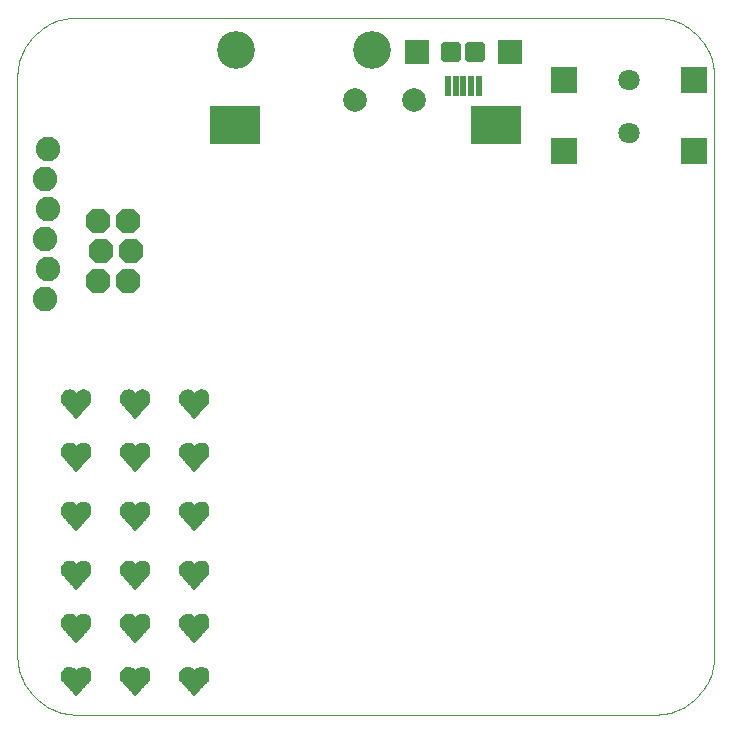
<source format=gbs>
G75*
%MOIN*%
%OFA0B0*%
%FSLAX24Y24*%
%IPPOS*%
%LPD*%
%AMOC8*
5,1,8,0,0,1.08239X$1,22.5*
%
%ADD10C,0.0000*%
%ADD11OC8,0.0820*%
%ADD12C,0.1261*%
%ADD13R,0.1261X0.1261*%
%ADD14R,0.1660X0.1260*%
%ADD15C,0.0050*%
%ADD16C,0.0269*%
%ADD17C,0.0820*%
%ADD18C,0.0789*%
%ADD19R,0.0230X0.0678*%
%ADD20C,0.0204*%
%ADD21R,0.0828X0.0828*%
%ADD22R,0.0867X0.0867*%
%ADD23C,0.0710*%
D10*
X003166Y002437D02*
X003166Y021728D01*
X003165Y021728D02*
X003167Y021814D01*
X003172Y021900D01*
X003182Y021985D01*
X003195Y022070D01*
X003212Y022154D01*
X003232Y022238D01*
X003256Y022320D01*
X003284Y022401D01*
X003315Y022482D01*
X003349Y022560D01*
X003387Y022637D01*
X003429Y022713D01*
X003473Y022786D01*
X003521Y022857D01*
X003572Y022927D01*
X003626Y022994D01*
X003682Y023058D01*
X003742Y023120D01*
X003804Y023180D01*
X003868Y023236D01*
X003935Y023290D01*
X004005Y023341D01*
X004076Y023389D01*
X004150Y023433D01*
X004225Y023475D01*
X004302Y023513D01*
X004380Y023547D01*
X004461Y023578D01*
X004542Y023606D01*
X004624Y023630D01*
X004708Y023650D01*
X004792Y023667D01*
X004877Y023680D01*
X004962Y023690D01*
X005048Y023695D01*
X005134Y023697D01*
X005134Y023696D02*
X024426Y023696D01*
X024426Y023697D02*
X024512Y023695D01*
X024598Y023690D01*
X024683Y023680D01*
X024768Y023667D01*
X024852Y023650D01*
X024936Y023630D01*
X025018Y023606D01*
X025099Y023578D01*
X025180Y023547D01*
X025258Y023513D01*
X025335Y023475D01*
X025411Y023433D01*
X025484Y023389D01*
X025555Y023341D01*
X025625Y023290D01*
X025692Y023236D01*
X025756Y023180D01*
X025818Y023120D01*
X025878Y023058D01*
X025934Y022994D01*
X025988Y022927D01*
X026039Y022857D01*
X026087Y022786D01*
X026131Y022713D01*
X026173Y022637D01*
X026211Y022560D01*
X026245Y022482D01*
X026276Y022401D01*
X026304Y022320D01*
X026328Y022238D01*
X026348Y022154D01*
X026365Y022070D01*
X026378Y021985D01*
X026388Y021900D01*
X026393Y021814D01*
X026395Y021728D01*
X026394Y021728D02*
X026394Y002437D01*
X026395Y002437D02*
X026393Y002351D01*
X026388Y002265D01*
X026378Y002180D01*
X026365Y002095D01*
X026348Y002011D01*
X026328Y001927D01*
X026304Y001845D01*
X026276Y001764D01*
X026245Y001683D01*
X026211Y001605D01*
X026173Y001528D01*
X026131Y001452D01*
X026087Y001379D01*
X026039Y001308D01*
X025988Y001238D01*
X025934Y001171D01*
X025878Y001107D01*
X025818Y001045D01*
X025756Y000985D01*
X025692Y000929D01*
X025625Y000875D01*
X025555Y000824D01*
X025484Y000776D01*
X025411Y000732D01*
X025335Y000690D01*
X025258Y000652D01*
X025180Y000618D01*
X025099Y000587D01*
X025018Y000559D01*
X024936Y000535D01*
X024852Y000515D01*
X024768Y000498D01*
X024683Y000485D01*
X024598Y000475D01*
X024512Y000470D01*
X024426Y000468D01*
X005134Y000468D01*
X005048Y000470D01*
X004962Y000475D01*
X004877Y000485D01*
X004792Y000498D01*
X004708Y000515D01*
X004624Y000535D01*
X004542Y000559D01*
X004461Y000587D01*
X004380Y000618D01*
X004302Y000652D01*
X004225Y000690D01*
X004149Y000732D01*
X004076Y000776D01*
X004005Y000824D01*
X003935Y000875D01*
X003868Y000929D01*
X003804Y000985D01*
X003742Y001045D01*
X003682Y001107D01*
X003626Y001171D01*
X003572Y001238D01*
X003521Y001308D01*
X003473Y001379D01*
X003429Y001453D01*
X003387Y001528D01*
X003349Y001605D01*
X003315Y001683D01*
X003284Y001764D01*
X003256Y001845D01*
X003232Y001927D01*
X003212Y002011D01*
X003195Y002095D01*
X003182Y002180D01*
X003172Y002265D01*
X003167Y002351D01*
X003165Y002437D01*
X023225Y019858D02*
X023227Y019893D01*
X023233Y019928D01*
X023243Y019962D01*
X023256Y019995D01*
X023273Y020026D01*
X023294Y020054D01*
X023317Y020081D01*
X023344Y020104D01*
X023372Y020125D01*
X023403Y020142D01*
X023436Y020155D01*
X023470Y020165D01*
X023505Y020171D01*
X023540Y020173D01*
X023575Y020171D01*
X023610Y020165D01*
X023644Y020155D01*
X023677Y020142D01*
X023708Y020125D01*
X023736Y020104D01*
X023763Y020081D01*
X023786Y020054D01*
X023807Y020026D01*
X023824Y019995D01*
X023837Y019962D01*
X023847Y019928D01*
X023853Y019893D01*
X023855Y019858D01*
X023853Y019823D01*
X023847Y019788D01*
X023837Y019754D01*
X023824Y019721D01*
X023807Y019690D01*
X023786Y019662D01*
X023763Y019635D01*
X023736Y019612D01*
X023708Y019591D01*
X023677Y019574D01*
X023644Y019561D01*
X023610Y019551D01*
X023575Y019545D01*
X023540Y019543D01*
X023505Y019545D01*
X023470Y019551D01*
X023436Y019561D01*
X023403Y019574D01*
X023372Y019591D01*
X023344Y019612D01*
X023317Y019635D01*
X023294Y019662D01*
X023273Y019690D01*
X023256Y019721D01*
X023243Y019754D01*
X023233Y019788D01*
X023227Y019823D01*
X023225Y019858D01*
X023225Y021630D02*
X023227Y021665D01*
X023233Y021700D01*
X023243Y021734D01*
X023256Y021767D01*
X023273Y021798D01*
X023294Y021826D01*
X023317Y021853D01*
X023344Y021876D01*
X023372Y021897D01*
X023403Y021914D01*
X023436Y021927D01*
X023470Y021937D01*
X023505Y021943D01*
X023540Y021945D01*
X023575Y021943D01*
X023610Y021937D01*
X023644Y021927D01*
X023677Y021914D01*
X023708Y021897D01*
X023736Y021876D01*
X023763Y021853D01*
X023786Y021826D01*
X023807Y021798D01*
X023824Y021767D01*
X023837Y021734D01*
X023847Y021700D01*
X023853Y021665D01*
X023855Y021630D01*
X023853Y021595D01*
X023847Y021560D01*
X023837Y021526D01*
X023824Y021493D01*
X023807Y021462D01*
X023786Y021434D01*
X023763Y021407D01*
X023736Y021384D01*
X023708Y021363D01*
X023677Y021346D01*
X023644Y021333D01*
X023610Y021323D01*
X023575Y021317D01*
X023540Y021315D01*
X023505Y021317D01*
X023470Y021323D01*
X023436Y021333D01*
X023403Y021346D01*
X023372Y021363D01*
X023344Y021384D01*
X023317Y021407D01*
X023294Y021434D01*
X023273Y021462D01*
X023256Y021493D01*
X023243Y021526D01*
X023233Y021560D01*
X023227Y021595D01*
X023225Y021630D01*
D11*
X006943Y015919D03*
X005943Y015919D03*
X005843Y016919D03*
X006843Y016919D03*
X006843Y014919D03*
X005843Y014919D03*
D12*
X010449Y022605D03*
X014981Y022605D03*
D13*
X018912Y020125D03*
X019306Y020125D03*
X010619Y020125D03*
X010225Y020125D03*
D14*
X010425Y020125D03*
X019112Y020125D03*
D15*
X009472Y011196D02*
X009492Y011169D01*
X009514Y011133D01*
X009527Y011093D01*
X009531Y011051D01*
X009531Y010958D01*
X009528Y010921D01*
X009518Y010886D01*
X009501Y010853D01*
X009479Y010824D01*
X009059Y010369D01*
X008639Y010824D01*
X008616Y010853D01*
X008600Y010886D01*
X008590Y010921D01*
X008586Y010958D01*
X008586Y011023D01*
X008590Y011058D01*
X008599Y011092D01*
X008615Y011124D01*
X008647Y011179D01*
X008672Y011211D01*
X008702Y011238D01*
X008737Y011258D01*
X008776Y011270D01*
X008816Y011274D01*
X008859Y011274D01*
X008902Y011270D01*
X008943Y011255D01*
X008980Y011233D01*
X009011Y011202D01*
X009035Y011166D01*
X009059Y011117D01*
X009083Y011166D01*
X009107Y011202D01*
X009138Y011233D01*
X009175Y011255D01*
X009216Y011270D01*
X009259Y011274D01*
X009315Y011274D01*
X009360Y011269D01*
X009403Y011254D01*
X009441Y011229D01*
X009472Y011196D01*
X009479Y011187D02*
X009097Y011187D01*
X009070Y011138D02*
X009511Y011138D01*
X009527Y011090D02*
X008598Y011090D01*
X008588Y011041D02*
X009531Y011041D01*
X009531Y010993D02*
X008586Y010993D01*
X008588Y010944D02*
X009530Y010944D01*
X009521Y010896D02*
X008597Y010896D01*
X008621Y010847D02*
X009497Y010847D01*
X009456Y010799D02*
X008662Y010799D01*
X008707Y010750D02*
X009411Y010750D01*
X009366Y010702D02*
X008752Y010702D01*
X008797Y010653D02*
X009321Y010653D01*
X009277Y010605D02*
X008841Y010605D01*
X008886Y010556D02*
X009232Y010556D01*
X009187Y010508D02*
X008931Y010508D01*
X008976Y010459D02*
X009142Y010459D01*
X009097Y010411D02*
X009020Y010411D01*
X009048Y011138D02*
X008623Y011138D01*
X008653Y011187D02*
X009021Y011187D01*
X008976Y011235D02*
X008699Y011235D01*
X009142Y011235D02*
X009431Y011235D01*
X009315Y009503D02*
X009360Y009497D01*
X009403Y009482D01*
X009441Y009457D01*
X009472Y009424D01*
X009492Y009398D01*
X009514Y009362D01*
X009527Y009322D01*
X009531Y009280D01*
X009531Y009186D01*
X009528Y009150D01*
X008590Y009150D01*
X008586Y009186D01*
X008586Y009251D01*
X008590Y009287D01*
X008599Y009321D01*
X008615Y009353D01*
X008647Y009407D01*
X008672Y009440D01*
X008702Y009466D01*
X008737Y009486D01*
X008776Y009499D01*
X008816Y009503D01*
X008859Y009503D01*
X008902Y009498D01*
X008943Y009484D01*
X008980Y009461D01*
X009011Y009430D01*
X009035Y009394D01*
X009059Y009345D01*
X009083Y009394D01*
X009107Y009430D01*
X009138Y009461D01*
X009175Y009484D01*
X009216Y009498D01*
X009259Y009503D01*
X009315Y009503D01*
X009383Y009489D02*
X009191Y009489D01*
X009117Y009441D02*
X009456Y009441D01*
X009495Y009392D02*
X009082Y009392D01*
X009035Y009392D02*
X008638Y009392D01*
X008610Y009344D02*
X009519Y009344D01*
X009530Y009295D02*
X008592Y009295D01*
X008586Y009247D02*
X009531Y009247D01*
X009531Y009198D02*
X008586Y009198D01*
X008590Y009150D02*
X008600Y009114D01*
X008616Y009082D01*
X008639Y009053D01*
X009479Y009053D01*
X009059Y008597D01*
X008639Y009053D01*
X008607Y009101D02*
X009511Y009101D01*
X009518Y009114D02*
X009501Y009082D01*
X009479Y009053D01*
X009435Y009004D02*
X008683Y009004D01*
X008728Y008956D02*
X009390Y008956D01*
X009345Y008907D02*
X008773Y008907D01*
X008818Y008859D02*
X009300Y008859D01*
X009255Y008810D02*
X008862Y008810D01*
X008907Y008762D02*
X009211Y008762D01*
X009166Y008713D02*
X008952Y008713D01*
X008997Y008665D02*
X009121Y008665D01*
X009076Y008616D02*
X009041Y008616D01*
X009518Y009114D02*
X009528Y009150D01*
X009001Y009441D02*
X008673Y009441D01*
X008746Y009489D02*
X008927Y009489D01*
X007558Y009322D02*
X007563Y009280D01*
X007563Y009186D01*
X007559Y009150D01*
X006621Y009150D01*
X006618Y009186D01*
X006618Y009251D01*
X006621Y009287D01*
X006631Y009321D01*
X006646Y009353D01*
X006679Y009407D01*
X006703Y009440D01*
X006733Y009466D01*
X006769Y009486D01*
X006807Y009499D01*
X006848Y009503D01*
X006890Y009503D01*
X006933Y009498D01*
X006974Y009484D01*
X007011Y009461D01*
X007042Y009430D01*
X007066Y009394D01*
X007090Y009345D01*
X007115Y009394D01*
X007138Y009430D01*
X007169Y009461D01*
X007206Y009484D01*
X007248Y009498D01*
X007291Y009503D01*
X007346Y009503D01*
X007392Y009497D01*
X007434Y009482D01*
X007472Y009457D01*
X007504Y009424D01*
X007523Y009398D01*
X007545Y009362D01*
X007558Y009322D01*
X007551Y009344D02*
X006642Y009344D01*
X006624Y009295D02*
X007561Y009295D01*
X007563Y009247D02*
X006618Y009247D01*
X006618Y009198D02*
X007563Y009198D01*
X007559Y009150D02*
X007549Y009114D01*
X007533Y009082D01*
X007511Y009053D01*
X006670Y009053D01*
X006648Y009082D01*
X006631Y009114D01*
X006621Y009150D01*
X006638Y009101D02*
X007543Y009101D01*
X007511Y009053D02*
X007090Y008597D01*
X006670Y009053D01*
X006715Y009004D02*
X007466Y009004D01*
X007421Y008956D02*
X006760Y008956D01*
X006804Y008907D02*
X007376Y008907D01*
X007332Y008859D02*
X006849Y008859D01*
X006894Y008810D02*
X007287Y008810D01*
X007242Y008762D02*
X006939Y008762D01*
X006983Y008713D02*
X007197Y008713D01*
X007153Y008665D02*
X007028Y008665D01*
X007073Y008616D02*
X007108Y008616D01*
X007114Y009392D02*
X007527Y009392D01*
X007488Y009441D02*
X007149Y009441D01*
X007222Y009489D02*
X007415Y009489D01*
X007067Y009392D02*
X006670Y009392D01*
X006704Y009441D02*
X007032Y009441D01*
X006959Y009489D02*
X006778Y009489D01*
X007090Y010369D02*
X007511Y010824D01*
X007533Y010853D01*
X007549Y010886D01*
X007559Y010921D01*
X007563Y010958D01*
X007563Y011051D01*
X007558Y011093D01*
X007545Y011133D01*
X007523Y011169D01*
X007504Y011196D01*
X007472Y011229D01*
X007434Y011254D01*
X007392Y011269D01*
X007346Y011274D01*
X007291Y011274D01*
X007248Y011270D01*
X007206Y011255D01*
X007169Y011233D01*
X007138Y011202D01*
X007115Y011166D01*
X007090Y011117D01*
X007066Y011166D01*
X007042Y011202D01*
X007011Y011233D01*
X006974Y011255D01*
X006933Y011270D01*
X006890Y011274D01*
X006848Y011274D01*
X006807Y011270D01*
X006769Y011258D01*
X006733Y011238D01*
X006703Y011211D01*
X006679Y011179D01*
X006646Y011124D01*
X006631Y011092D01*
X006621Y011058D01*
X006618Y011023D01*
X006618Y010958D01*
X006621Y010921D01*
X006631Y010886D01*
X006648Y010853D01*
X006670Y010824D01*
X007090Y010369D01*
X007052Y010411D02*
X007129Y010411D01*
X007174Y010459D02*
X007007Y010459D01*
X006962Y010508D02*
X007218Y010508D01*
X007263Y010556D02*
X006918Y010556D01*
X006873Y010605D02*
X007308Y010605D01*
X007353Y010653D02*
X006828Y010653D01*
X006783Y010702D02*
X007398Y010702D01*
X007442Y010750D02*
X006738Y010750D01*
X006694Y010799D02*
X007487Y010799D01*
X007528Y010847D02*
X006653Y010847D01*
X006629Y010896D02*
X007552Y010896D01*
X007562Y010944D02*
X006619Y010944D01*
X006618Y010993D02*
X007563Y010993D01*
X007563Y011041D02*
X006620Y011041D01*
X006630Y011090D02*
X007559Y011090D01*
X007542Y011138D02*
X007101Y011138D01*
X007080Y011138D02*
X006654Y011138D01*
X006685Y011187D02*
X007052Y011187D01*
X007007Y011235D02*
X006730Y011235D01*
X007128Y011187D02*
X007511Y011187D01*
X007463Y011235D02*
X007174Y011235D01*
X005594Y011051D02*
X005594Y010958D01*
X005591Y010921D01*
X005581Y010886D01*
X005564Y010853D01*
X005542Y010824D01*
X005122Y010369D01*
X004702Y010824D01*
X004679Y010853D01*
X004663Y010886D01*
X004653Y010921D01*
X004649Y010958D01*
X004649Y011023D01*
X004653Y011058D01*
X004662Y011092D01*
X004678Y011124D01*
X004710Y011179D01*
X004735Y011211D01*
X004765Y011238D01*
X004800Y011258D01*
X004839Y011270D01*
X004879Y011274D01*
X004921Y011274D01*
X004965Y011270D01*
X005006Y011255D01*
X005043Y011233D01*
X005074Y011202D01*
X005098Y011166D01*
X005122Y011117D01*
X005146Y011166D01*
X005170Y011202D01*
X005201Y011233D01*
X005238Y011255D01*
X005279Y011270D01*
X005322Y011274D01*
X005378Y011274D01*
X005423Y011269D01*
X005466Y011254D01*
X005504Y011229D01*
X005535Y011196D01*
X005555Y011169D01*
X005577Y011133D01*
X005590Y011093D01*
X005594Y011051D01*
X005594Y011041D02*
X004651Y011041D01*
X004649Y010993D02*
X005594Y010993D01*
X005593Y010944D02*
X004651Y010944D01*
X004660Y010896D02*
X005584Y010896D01*
X005560Y010847D02*
X004684Y010847D01*
X004725Y010799D02*
X005519Y010799D01*
X005474Y010750D02*
X004770Y010750D01*
X004815Y010702D02*
X005429Y010702D01*
X005384Y010653D02*
X004860Y010653D01*
X004904Y010605D02*
X005340Y010605D01*
X005295Y010556D02*
X004949Y010556D01*
X004994Y010508D02*
X005250Y010508D01*
X005205Y010459D02*
X005039Y010459D01*
X005083Y010411D02*
X005160Y010411D01*
X005133Y011138D02*
X005574Y011138D01*
X005590Y011090D02*
X004661Y011090D01*
X004686Y011138D02*
X005111Y011138D01*
X005084Y011187D02*
X004716Y011187D01*
X004762Y011235D02*
X005039Y011235D01*
X005160Y011187D02*
X005542Y011187D01*
X005494Y011235D02*
X005205Y011235D01*
X005322Y009503D02*
X005378Y009503D01*
X005423Y009497D01*
X005466Y009482D01*
X005504Y009457D01*
X005535Y009424D01*
X005555Y009398D01*
X005577Y009362D01*
X005590Y009322D01*
X005594Y009280D01*
X005594Y009186D01*
X005591Y009150D01*
X004653Y009150D01*
X004649Y009186D01*
X004649Y009251D01*
X004653Y009287D01*
X004662Y009321D01*
X004678Y009353D01*
X004710Y009407D01*
X004735Y009440D01*
X004765Y009466D01*
X004800Y009486D01*
X004839Y009499D01*
X004879Y009503D01*
X004921Y009503D01*
X004965Y009498D01*
X005006Y009484D01*
X005043Y009461D01*
X005074Y009430D01*
X005098Y009394D01*
X005122Y009345D01*
X005146Y009394D01*
X005170Y009430D01*
X005201Y009461D01*
X005238Y009484D01*
X005279Y009498D01*
X005322Y009503D01*
X005254Y009489D02*
X005446Y009489D01*
X005519Y009441D02*
X005180Y009441D01*
X005145Y009392D02*
X005558Y009392D01*
X005582Y009344D02*
X004673Y009344D01*
X004655Y009295D02*
X005593Y009295D01*
X005594Y009247D02*
X004649Y009247D01*
X004649Y009198D02*
X005594Y009198D01*
X005591Y009150D02*
X005581Y009114D01*
X005564Y009082D01*
X005542Y009053D01*
X004702Y009053D01*
X004679Y009082D01*
X004663Y009114D01*
X004653Y009150D01*
X004670Y009101D02*
X005574Y009101D01*
X005542Y009053D02*
X005122Y008597D01*
X004702Y009053D01*
X004746Y009004D02*
X005498Y009004D01*
X005453Y008956D02*
X004791Y008956D01*
X004836Y008907D02*
X005408Y008907D01*
X005363Y008859D02*
X004881Y008859D01*
X004925Y008810D02*
X005318Y008810D01*
X005274Y008762D02*
X004970Y008762D01*
X005015Y008713D02*
X005229Y008713D01*
X005184Y008665D02*
X005060Y008665D01*
X005104Y008616D02*
X005139Y008616D01*
X005098Y009392D02*
X004701Y009392D01*
X004736Y009441D02*
X005064Y009441D01*
X004990Y009489D02*
X004809Y009489D01*
X004879Y007534D02*
X004921Y007534D01*
X004965Y007529D01*
X005006Y007515D01*
X005043Y007492D01*
X005074Y007462D01*
X005098Y007425D01*
X005122Y007377D01*
X005146Y007425D01*
X005170Y007462D01*
X005201Y007492D01*
X005238Y007515D01*
X005279Y007529D01*
X005322Y007534D01*
X005378Y007534D01*
X005423Y007529D01*
X005466Y007513D01*
X005504Y007489D01*
X005535Y007456D01*
X005555Y007429D01*
X005577Y007393D01*
X005590Y007353D01*
X005594Y007311D01*
X005594Y007218D01*
X005591Y007181D01*
X005581Y007146D01*
X005564Y007113D01*
X004680Y007113D01*
X004679Y007113D02*
X004663Y007146D01*
X004653Y007181D01*
X004649Y007218D01*
X004649Y007283D01*
X004653Y007318D01*
X004662Y007352D01*
X004678Y007384D01*
X004710Y007439D01*
X004735Y007471D01*
X004765Y007498D01*
X004800Y007518D01*
X004839Y007530D01*
X004879Y007534D01*
X004770Y007501D02*
X005030Y007501D01*
X005080Y007452D02*
X004720Y007452D01*
X004689Y007404D02*
X005108Y007404D01*
X005135Y007404D02*
X005570Y007404D01*
X005589Y007355D02*
X004663Y007355D01*
X004652Y007307D02*
X005594Y007307D01*
X005594Y007258D02*
X004649Y007258D01*
X004650Y007210D02*
X005594Y007210D01*
X005585Y007161D02*
X004659Y007161D01*
X004679Y007113D02*
X004702Y007084D01*
X005122Y006629D01*
X005542Y007084D01*
X005564Y007113D01*
X005524Y007064D02*
X004720Y007064D01*
X004765Y007016D02*
X005479Y007016D01*
X005434Y006967D02*
X004810Y006967D01*
X004854Y006919D02*
X005390Y006919D01*
X005345Y006870D02*
X004899Y006870D01*
X004944Y006822D02*
X005300Y006822D01*
X005255Y006773D02*
X004989Y006773D01*
X005033Y006725D02*
X005210Y006725D01*
X005166Y006676D02*
X005078Y006676D01*
X005164Y007452D02*
X005538Y007452D01*
X005485Y007501D02*
X005214Y007501D01*
X006621Y007318D02*
X006631Y007352D01*
X006646Y007384D01*
X006679Y007439D01*
X006703Y007471D01*
X006733Y007498D01*
X006769Y007518D01*
X006807Y007530D01*
X006848Y007534D01*
X006890Y007534D01*
X006933Y007529D01*
X006974Y007515D01*
X007011Y007492D01*
X007042Y007462D01*
X007066Y007425D01*
X007090Y007377D01*
X007115Y007425D01*
X007138Y007462D01*
X007169Y007492D01*
X007206Y007515D01*
X007248Y007529D01*
X007291Y007534D01*
X007346Y007534D01*
X007392Y007529D01*
X007434Y007513D01*
X007472Y007489D01*
X007504Y007456D01*
X007523Y007429D01*
X007545Y007393D01*
X007558Y007353D01*
X007563Y007311D01*
X007563Y007218D01*
X007559Y007181D01*
X007549Y007146D01*
X007533Y007113D01*
X007511Y007084D01*
X007090Y006629D01*
X006670Y007084D01*
X006648Y007113D01*
X006631Y007146D01*
X006621Y007181D01*
X006618Y007218D01*
X006618Y007283D01*
X006621Y007318D01*
X006620Y007307D02*
X007563Y007307D01*
X007558Y007355D02*
X006632Y007355D01*
X006658Y007404D02*
X007077Y007404D01*
X007104Y007404D02*
X007539Y007404D01*
X007506Y007452D02*
X007132Y007452D01*
X007183Y007501D02*
X007454Y007501D01*
X007563Y007258D02*
X006618Y007258D01*
X006619Y007210D02*
X007562Y007210D01*
X007554Y007161D02*
X006627Y007161D01*
X006648Y007113D02*
X007533Y007113D01*
X007492Y007064D02*
X006688Y007064D01*
X006733Y007016D02*
X007448Y007016D01*
X007403Y006967D02*
X006778Y006967D01*
X006823Y006919D02*
X007358Y006919D01*
X007313Y006870D02*
X006868Y006870D01*
X006912Y006822D02*
X007268Y006822D01*
X007224Y006773D02*
X006957Y006773D01*
X007002Y006725D02*
X007179Y006725D01*
X007134Y006676D02*
X007047Y006676D01*
X007049Y007452D02*
X006689Y007452D01*
X006738Y007501D02*
X006998Y007501D01*
X008590Y007318D02*
X008599Y007352D01*
X008615Y007384D01*
X008647Y007439D01*
X008672Y007471D01*
X008702Y007498D01*
X008737Y007518D01*
X008776Y007530D01*
X008816Y007534D01*
X008859Y007534D01*
X008902Y007529D01*
X008943Y007515D01*
X008980Y007492D01*
X009011Y007462D01*
X009035Y007425D01*
X009059Y007377D01*
X009083Y007425D01*
X009107Y007462D01*
X009138Y007492D01*
X009175Y007515D01*
X009216Y007529D01*
X009259Y007534D01*
X009315Y007534D01*
X009360Y007529D01*
X009403Y007513D01*
X009441Y007489D01*
X009472Y007456D01*
X009492Y007429D01*
X009514Y007393D01*
X009527Y007353D01*
X009531Y007311D01*
X009531Y007218D01*
X009528Y007181D01*
X009518Y007146D01*
X009501Y007113D01*
X008617Y007113D01*
X008616Y007113D02*
X008600Y007146D01*
X008590Y007181D01*
X008586Y007218D01*
X008586Y007283D01*
X008590Y007318D01*
X008589Y007307D02*
X009531Y007307D01*
X009526Y007355D02*
X008600Y007355D01*
X008626Y007404D02*
X009045Y007404D01*
X009072Y007404D02*
X009507Y007404D01*
X009475Y007452D02*
X009101Y007452D01*
X009151Y007501D02*
X009422Y007501D01*
X009531Y007258D02*
X008586Y007258D01*
X008587Y007210D02*
X009531Y007210D01*
X009522Y007161D02*
X008596Y007161D01*
X008616Y007113D02*
X008639Y007084D01*
X009059Y006629D01*
X009479Y007084D01*
X009501Y007113D01*
X009461Y007064D02*
X008657Y007064D01*
X008702Y007016D02*
X009416Y007016D01*
X009371Y006967D02*
X008747Y006967D01*
X008791Y006919D02*
X009327Y006919D01*
X009282Y006870D02*
X008836Y006870D01*
X008881Y006822D02*
X009237Y006822D01*
X009192Y006773D02*
X008926Y006773D01*
X008970Y006725D02*
X009147Y006725D01*
X009103Y006676D02*
X009015Y006676D01*
X009017Y007452D02*
X008657Y007452D01*
X008707Y007501D02*
X008967Y007501D01*
X008859Y005566D02*
X008902Y005561D01*
X008943Y005547D01*
X008980Y005524D01*
X009011Y005493D01*
X009035Y005457D01*
X009059Y005408D01*
X009083Y005457D01*
X009107Y005493D01*
X009138Y005524D01*
X009175Y005547D01*
X009216Y005561D01*
X009259Y005566D01*
X009315Y005566D01*
X009360Y005560D01*
X009403Y005545D01*
X009441Y005520D01*
X009472Y005487D01*
X009492Y005461D01*
X009514Y005425D01*
X009527Y005385D01*
X009531Y005343D01*
X009531Y005249D01*
X009528Y005213D01*
X009518Y005177D01*
X009501Y005145D01*
X009479Y005115D01*
X009059Y004660D01*
X008639Y005115D01*
X008616Y005145D01*
X008600Y005177D01*
X008590Y005213D01*
X008586Y005249D01*
X008586Y005314D01*
X008590Y005350D01*
X008599Y005384D01*
X008615Y005416D01*
X008647Y005470D01*
X008672Y005503D01*
X008702Y005529D01*
X008737Y005549D01*
X008776Y005562D01*
X008816Y005566D01*
X008859Y005566D01*
X008903Y005561D02*
X008773Y005561D01*
X008682Y005512D02*
X008992Y005512D01*
X009030Y005464D02*
X008643Y005464D01*
X008614Y005415D02*
X009055Y005415D01*
X009062Y005415D02*
X009517Y005415D01*
X009529Y005367D02*
X008594Y005367D01*
X008587Y005318D02*
X009531Y005318D01*
X009531Y005270D02*
X008586Y005270D01*
X008589Y005221D02*
X009529Y005221D01*
X009515Y005173D02*
X008602Y005173D01*
X008632Y005124D02*
X009486Y005124D01*
X009442Y005076D02*
X008675Y005076D01*
X008720Y005027D02*
X009398Y005027D01*
X009353Y004979D02*
X008765Y004979D01*
X008810Y004930D02*
X009308Y004930D01*
X009263Y004882D02*
X008855Y004882D01*
X008899Y004833D02*
X009219Y004833D01*
X009174Y004785D02*
X008944Y004785D01*
X008989Y004736D02*
X009129Y004736D01*
X009084Y004688D02*
X009034Y004688D01*
X009088Y005464D02*
X009490Y005464D01*
X009448Y005512D02*
X009126Y005512D01*
X009215Y005561D02*
X009359Y005561D01*
X007560Y005367D02*
X006626Y005367D01*
X006631Y005384D02*
X006646Y005416D01*
X006679Y005470D01*
X006703Y005503D01*
X006733Y005529D01*
X006769Y005549D01*
X006807Y005562D01*
X006848Y005566D01*
X006890Y005566D01*
X006933Y005561D01*
X006974Y005547D01*
X007011Y005524D01*
X007042Y005493D01*
X007066Y005457D01*
X007090Y005408D01*
X007115Y005457D01*
X007138Y005493D01*
X007169Y005524D01*
X007206Y005547D01*
X007248Y005561D01*
X007291Y005566D01*
X007346Y005566D01*
X007392Y005560D01*
X007434Y005545D01*
X007472Y005520D01*
X007504Y005487D01*
X007523Y005461D01*
X007545Y005425D01*
X007558Y005385D01*
X007563Y005343D01*
X007563Y005249D01*
X007559Y005213D01*
X007549Y005177D01*
X007533Y005145D01*
X007511Y005115D01*
X007090Y004660D01*
X006670Y005115D01*
X006648Y005145D01*
X006631Y005177D01*
X006621Y005213D01*
X006618Y005249D01*
X006618Y005314D01*
X006621Y005350D01*
X006631Y005384D01*
X006646Y005415D02*
X007087Y005415D01*
X007094Y005415D02*
X007548Y005415D01*
X007521Y005464D02*
X007119Y005464D01*
X007062Y005464D02*
X006675Y005464D01*
X006714Y005512D02*
X007023Y005512D01*
X006934Y005561D02*
X006804Y005561D01*
X006618Y005318D02*
X007563Y005318D01*
X007563Y005270D02*
X006618Y005270D01*
X006621Y005221D02*
X007560Y005221D01*
X007547Y005173D02*
X006634Y005173D01*
X006664Y005124D02*
X007517Y005124D01*
X007474Y005076D02*
X006707Y005076D01*
X006752Y005027D02*
X007429Y005027D01*
X007384Y004979D02*
X006796Y004979D01*
X006841Y004930D02*
X007340Y004930D01*
X007295Y004882D02*
X006886Y004882D01*
X006931Y004833D02*
X007250Y004833D01*
X007205Y004785D02*
X006976Y004785D01*
X007020Y004736D02*
X007160Y004736D01*
X007116Y004688D02*
X007065Y004688D01*
X007157Y005512D02*
X007480Y005512D01*
X007390Y005561D02*
X007247Y005561D01*
X005590Y005385D02*
X005594Y005343D01*
X005594Y005249D01*
X005591Y005213D01*
X005581Y005177D01*
X005564Y005145D01*
X005542Y005115D01*
X005122Y004660D01*
X004702Y005115D01*
X004679Y005145D01*
X004663Y005177D01*
X004653Y005213D01*
X004649Y005249D01*
X004649Y005314D01*
X004653Y005350D01*
X004662Y005384D01*
X004678Y005416D01*
X004710Y005470D01*
X004735Y005503D01*
X004765Y005529D01*
X004800Y005549D01*
X004839Y005562D01*
X004879Y005566D01*
X004921Y005566D01*
X004965Y005561D01*
X005006Y005547D01*
X005043Y005524D01*
X005074Y005493D01*
X005098Y005457D01*
X005122Y005408D01*
X005146Y005457D01*
X005170Y005493D01*
X005201Y005524D01*
X005238Y005547D01*
X005279Y005561D01*
X005322Y005566D01*
X005378Y005566D01*
X005423Y005560D01*
X005466Y005545D01*
X005504Y005520D01*
X005535Y005487D01*
X005555Y005461D01*
X005577Y005425D01*
X005590Y005385D01*
X005592Y005367D02*
X004657Y005367D01*
X004650Y005318D02*
X005594Y005318D01*
X005594Y005270D02*
X004649Y005270D01*
X004652Y005221D02*
X005592Y005221D01*
X005578Y005173D02*
X004665Y005173D01*
X004695Y005124D02*
X005549Y005124D01*
X005505Y005076D02*
X004738Y005076D01*
X004783Y005027D02*
X005461Y005027D01*
X005416Y004979D02*
X004828Y004979D01*
X004873Y004930D02*
X005371Y004930D01*
X005326Y004882D02*
X004918Y004882D01*
X004962Y004833D02*
X005281Y004833D01*
X005237Y004785D02*
X005007Y004785D01*
X005052Y004736D02*
X005192Y004736D01*
X005147Y004688D02*
X005097Y004688D01*
X005118Y005415D02*
X004677Y005415D01*
X004706Y005464D02*
X005093Y005464D01*
X005151Y005464D02*
X005553Y005464D01*
X005580Y005415D02*
X005125Y005415D01*
X005189Y005512D02*
X005511Y005512D01*
X005422Y005561D02*
X005278Y005561D01*
X005055Y005512D02*
X004745Y005512D01*
X004836Y005561D02*
X004966Y005561D01*
X004921Y003794D02*
X004965Y003789D01*
X005006Y003775D01*
X005043Y003752D01*
X005074Y003722D01*
X005098Y003685D01*
X005122Y003637D01*
X005146Y003685D01*
X005170Y003722D01*
X005201Y003752D01*
X005238Y003775D01*
X005279Y003789D01*
X005322Y003794D01*
X005378Y003794D01*
X005423Y003789D01*
X005466Y003773D01*
X005504Y003748D01*
X005535Y003715D01*
X005555Y003689D01*
X005577Y003653D01*
X005590Y003613D01*
X005594Y003571D01*
X005594Y003477D01*
X005591Y003441D01*
X005581Y003406D01*
X005564Y003373D01*
X005542Y003344D01*
X005122Y002889D01*
X004702Y003344D01*
X004679Y003373D01*
X004663Y003406D01*
X004653Y003441D01*
X004649Y003477D01*
X004649Y003543D01*
X004653Y003578D01*
X004662Y003612D01*
X004678Y003644D01*
X004710Y003699D01*
X004735Y003731D01*
X004765Y003758D01*
X004800Y003778D01*
X004839Y003790D01*
X004879Y003794D01*
X004921Y003794D01*
X005020Y003766D02*
X004780Y003766D01*
X004725Y003718D02*
X005077Y003718D01*
X005106Y003669D02*
X004693Y003669D01*
X004666Y003621D02*
X005587Y003621D01*
X005594Y003572D02*
X004652Y003572D01*
X004649Y003524D02*
X005594Y003524D01*
X005594Y003475D02*
X004650Y003475D01*
X004657Y003427D02*
X005587Y003427D01*
X005567Y003378D02*
X004677Y003378D01*
X004715Y003330D02*
X005529Y003330D01*
X005484Y003281D02*
X004760Y003281D01*
X004804Y003233D02*
X005439Y003233D01*
X005395Y003184D02*
X004849Y003184D01*
X004894Y003136D02*
X005350Y003136D01*
X005305Y003087D02*
X004939Y003087D01*
X004983Y003039D02*
X005260Y003039D01*
X005216Y002990D02*
X005028Y002990D01*
X005073Y002942D02*
X005171Y002942D01*
X005126Y002893D02*
X005118Y002893D01*
X005138Y003669D02*
X005567Y003669D01*
X005533Y003718D02*
X005167Y003718D01*
X005223Y003766D02*
X005477Y003766D01*
X006621Y003578D02*
X006631Y003612D01*
X006646Y003644D01*
X006679Y003699D01*
X006703Y003731D01*
X006733Y003758D01*
X006769Y003778D01*
X006807Y003790D01*
X006848Y003794D01*
X006890Y003794D01*
X006933Y003789D01*
X006974Y003775D01*
X007011Y003752D01*
X007042Y003722D01*
X007066Y003685D01*
X007090Y003637D01*
X007115Y003685D01*
X007138Y003722D01*
X007169Y003752D01*
X007206Y003775D01*
X007248Y003789D01*
X007291Y003794D01*
X007346Y003794D01*
X007392Y003789D01*
X007434Y003773D01*
X007472Y003748D01*
X007504Y003715D01*
X007523Y003689D01*
X007545Y003653D01*
X007558Y003613D01*
X007563Y003571D01*
X007563Y003477D01*
X007559Y003441D01*
X007549Y003406D01*
X007533Y003373D01*
X007511Y003344D01*
X007090Y002889D01*
X006670Y003344D01*
X006648Y003373D01*
X006631Y003406D01*
X006621Y003441D01*
X006618Y003477D01*
X006618Y003543D01*
X006621Y003578D01*
X006621Y003572D02*
X007563Y003572D01*
X007563Y003524D02*
X006618Y003524D01*
X006618Y003475D02*
X007563Y003475D01*
X007555Y003427D02*
X006625Y003427D01*
X006645Y003378D02*
X007535Y003378D01*
X007498Y003330D02*
X006683Y003330D01*
X006728Y003281D02*
X007453Y003281D01*
X007408Y003233D02*
X006773Y003233D01*
X006818Y003184D02*
X007363Y003184D01*
X007318Y003136D02*
X006862Y003136D01*
X006907Y003087D02*
X007274Y003087D01*
X007229Y003039D02*
X006952Y003039D01*
X006997Y002990D02*
X007184Y002990D01*
X007139Y002942D02*
X007041Y002942D01*
X007086Y002893D02*
X007095Y002893D01*
X007107Y003669D02*
X007535Y003669D01*
X007556Y003621D02*
X006635Y003621D01*
X006661Y003669D02*
X007074Y003669D01*
X007045Y003718D02*
X006693Y003718D01*
X006748Y003766D02*
X006989Y003766D01*
X007136Y003718D02*
X007502Y003718D01*
X007445Y003766D02*
X007192Y003766D01*
X008590Y003578D02*
X008599Y003612D01*
X008615Y003644D01*
X008647Y003699D01*
X008672Y003731D01*
X008702Y003758D01*
X008737Y003778D01*
X008776Y003790D01*
X008816Y003794D01*
X008859Y003794D01*
X008902Y003789D01*
X008943Y003775D01*
X008980Y003752D01*
X009011Y003722D01*
X009035Y003685D01*
X009059Y003637D01*
X009083Y003685D01*
X009107Y003722D01*
X009138Y003752D01*
X009175Y003775D01*
X009216Y003789D01*
X009259Y003794D01*
X009315Y003794D01*
X009360Y003789D01*
X009403Y003773D01*
X009441Y003748D01*
X009472Y003715D01*
X009492Y003689D01*
X009514Y003653D01*
X009527Y003613D01*
X009531Y003571D01*
X009531Y003477D01*
X009528Y003441D01*
X009518Y003406D01*
X009501Y003373D01*
X009479Y003344D01*
X009059Y002889D01*
X008639Y003344D01*
X008616Y003373D01*
X008600Y003406D01*
X008590Y003441D01*
X008586Y003477D01*
X008586Y003543D01*
X008590Y003578D01*
X008589Y003572D02*
X009531Y003572D01*
X009531Y003524D02*
X008586Y003524D01*
X008587Y003475D02*
X009531Y003475D01*
X009524Y003427D02*
X008594Y003427D01*
X008614Y003378D02*
X009504Y003378D01*
X009466Y003330D02*
X008652Y003330D01*
X008697Y003281D02*
X009421Y003281D01*
X009376Y003233D02*
X008741Y003233D01*
X008786Y003184D02*
X009332Y003184D01*
X009287Y003136D02*
X008831Y003136D01*
X008876Y003087D02*
X009242Y003087D01*
X009197Y003039D02*
X008920Y003039D01*
X008965Y002990D02*
X009153Y002990D01*
X009108Y002942D02*
X009010Y002942D01*
X009055Y002893D02*
X009063Y002893D01*
X009075Y003669D02*
X009504Y003669D01*
X009524Y003621D02*
X008603Y003621D01*
X008630Y003669D02*
X009043Y003669D01*
X009014Y003718D02*
X008662Y003718D01*
X008717Y003766D02*
X008957Y003766D01*
X009104Y003718D02*
X009470Y003718D01*
X009414Y003766D02*
X009160Y003766D01*
X009259Y002022D02*
X009315Y002022D01*
X009360Y002017D01*
X009403Y002002D01*
X009441Y001977D01*
X009472Y001944D01*
X009492Y001917D01*
X009514Y001881D01*
X009527Y001841D01*
X009531Y001799D01*
X009531Y001706D01*
X009528Y001669D01*
X009518Y001634D01*
X009501Y001601D01*
X009479Y001572D01*
X009059Y001117D01*
X008639Y001572D01*
X008616Y001601D01*
X008600Y001634D01*
X008590Y001669D01*
X008586Y001706D01*
X008586Y001771D01*
X008590Y001806D01*
X008599Y001840D01*
X008615Y001872D01*
X008647Y001927D01*
X008672Y001959D01*
X008702Y001986D01*
X008737Y002006D01*
X008776Y002018D01*
X008816Y002022D01*
X008859Y002022D01*
X008902Y002018D01*
X008943Y002003D01*
X008980Y001981D01*
X009011Y001950D01*
X009035Y001914D01*
X009059Y001865D01*
X009083Y001914D01*
X009107Y001950D01*
X009138Y001981D01*
X009175Y002003D01*
X009216Y002018D01*
X009259Y002022D01*
X009238Y002020D02*
X009335Y002020D01*
X009446Y001972D02*
X009129Y001972D01*
X009089Y001923D02*
X009488Y001923D01*
X009516Y001875D02*
X009064Y001875D01*
X009054Y001875D02*
X008616Y001875D01*
X008595Y001826D02*
X009528Y001826D01*
X009531Y001778D02*
X008587Y001778D01*
X008586Y001729D02*
X009531Y001729D01*
X009529Y001681D02*
X008589Y001681D01*
X008601Y001632D02*
X009517Y001632D01*
X009488Y001584D02*
X008630Y001584D01*
X008673Y001535D02*
X009445Y001535D01*
X009400Y001487D02*
X008718Y001487D01*
X008762Y001438D02*
X009355Y001438D01*
X009311Y001390D02*
X008807Y001390D01*
X008852Y001341D02*
X009266Y001341D01*
X009221Y001293D02*
X008897Y001293D01*
X008942Y001244D02*
X009176Y001244D01*
X009132Y001196D02*
X008986Y001196D01*
X009031Y001147D02*
X009087Y001147D01*
X009028Y001923D02*
X008645Y001923D01*
X008686Y001972D02*
X008989Y001972D01*
X008879Y002020D02*
X008794Y002020D01*
X007558Y001841D02*
X007563Y001799D01*
X007563Y001706D01*
X007559Y001669D01*
X007549Y001634D01*
X007533Y001601D01*
X007511Y001572D01*
X007090Y001117D01*
X006670Y001572D01*
X006648Y001601D01*
X006631Y001634D01*
X006621Y001669D01*
X006618Y001706D01*
X006618Y001771D01*
X006621Y001806D01*
X006631Y001840D01*
X006646Y001872D01*
X006679Y001927D01*
X006703Y001959D01*
X006733Y001986D01*
X006769Y002006D01*
X006807Y002018D01*
X006848Y002022D01*
X006890Y002022D01*
X006933Y002018D01*
X006974Y002003D01*
X007011Y001981D01*
X007042Y001950D01*
X007066Y001914D01*
X007090Y001865D01*
X007115Y001914D01*
X007138Y001950D01*
X007169Y001981D01*
X007206Y002003D01*
X007248Y002018D01*
X007291Y002022D01*
X007346Y002022D01*
X007392Y002017D01*
X007434Y002002D01*
X007472Y001977D01*
X007504Y001944D01*
X007523Y001917D01*
X007545Y001881D01*
X007558Y001841D01*
X007560Y001826D02*
X006627Y001826D01*
X006619Y001778D02*
X007563Y001778D01*
X007563Y001729D02*
X006618Y001729D01*
X006620Y001681D02*
X007560Y001681D01*
X007548Y001632D02*
X006632Y001632D01*
X006661Y001584D02*
X007519Y001584D01*
X007476Y001535D02*
X006704Y001535D01*
X006749Y001487D02*
X007432Y001487D01*
X007387Y001438D02*
X006794Y001438D01*
X006839Y001390D02*
X007342Y001390D01*
X007297Y001341D02*
X006883Y001341D01*
X006928Y001293D02*
X007253Y001293D01*
X007208Y001244D02*
X006973Y001244D01*
X007018Y001196D02*
X007163Y001196D01*
X007118Y001147D02*
X007063Y001147D01*
X007086Y001875D02*
X006647Y001875D01*
X006676Y001923D02*
X007060Y001923D01*
X007095Y001875D02*
X007547Y001875D01*
X007519Y001923D02*
X007121Y001923D01*
X007160Y001972D02*
X007477Y001972D01*
X007366Y002020D02*
X007270Y002020D01*
X007021Y001972D02*
X006717Y001972D01*
X006825Y002020D02*
X006911Y002020D01*
X005590Y001841D02*
X005594Y001799D01*
X005594Y001706D01*
X005591Y001669D01*
X005581Y001634D01*
X005564Y001601D01*
X005542Y001572D01*
X005122Y001117D01*
X004702Y001572D01*
X004679Y001601D01*
X004663Y001634D01*
X004653Y001669D01*
X004649Y001706D01*
X004649Y001771D01*
X004653Y001806D01*
X004662Y001840D01*
X004678Y001872D01*
X004710Y001927D01*
X004735Y001959D01*
X004765Y001986D01*
X004800Y002006D01*
X004839Y002018D01*
X004879Y002022D01*
X004921Y002022D01*
X004965Y002018D01*
X005006Y002003D01*
X005043Y001981D01*
X005074Y001950D01*
X005098Y001914D01*
X005122Y001865D01*
X005146Y001914D01*
X005170Y001950D01*
X005201Y001981D01*
X005238Y002003D01*
X005279Y002018D01*
X005322Y002022D01*
X005378Y002022D01*
X005423Y002017D01*
X005466Y002002D01*
X005504Y001977D01*
X005535Y001944D01*
X005555Y001917D01*
X005577Y001881D01*
X005590Y001841D01*
X005591Y001826D02*
X004658Y001826D01*
X004650Y001778D02*
X005594Y001778D01*
X005594Y001729D02*
X004649Y001729D01*
X004652Y001681D02*
X005592Y001681D01*
X005580Y001632D02*
X004664Y001632D01*
X004693Y001584D02*
X005551Y001584D01*
X005508Y001535D02*
X004736Y001535D01*
X004781Y001487D02*
X005463Y001487D01*
X005418Y001438D02*
X004825Y001438D01*
X004870Y001390D02*
X005374Y001390D01*
X005329Y001341D02*
X004915Y001341D01*
X004960Y001293D02*
X005284Y001293D01*
X005239Y001244D02*
X005004Y001244D01*
X005049Y001196D02*
X005195Y001196D01*
X005150Y001147D02*
X005094Y001147D01*
X005117Y001875D02*
X004679Y001875D01*
X004708Y001923D02*
X005091Y001923D01*
X005127Y001875D02*
X005579Y001875D01*
X005551Y001923D02*
X005152Y001923D01*
X005192Y001972D02*
X005509Y001972D01*
X005398Y002020D02*
X005301Y002020D01*
X005052Y001972D02*
X004749Y001972D01*
X004857Y002020D02*
X004942Y002020D01*
D16*
X005118Y001554D02*
X005126Y001554D01*
X005126Y001546D01*
X005118Y001546D01*
X005118Y001554D01*
X005118Y003326D02*
X005126Y003326D01*
X005126Y003318D01*
X005118Y003318D01*
X005118Y003326D01*
X007086Y003326D02*
X007094Y003326D01*
X007094Y003318D01*
X007086Y003318D01*
X007086Y003326D01*
X007086Y001554D02*
X007094Y001554D01*
X007094Y001546D01*
X007086Y001546D01*
X007086Y001554D01*
X009055Y001554D02*
X009063Y001554D01*
X009063Y001546D01*
X009055Y001546D01*
X009055Y001554D01*
X009055Y003326D02*
X009063Y003326D01*
X009063Y003318D01*
X009055Y003318D01*
X009055Y003326D01*
X009055Y005097D02*
X009063Y005097D01*
X009063Y005089D01*
X009055Y005089D01*
X009055Y005097D01*
X007094Y005097D02*
X007086Y005097D01*
X007094Y005097D02*
X007094Y005089D01*
X007086Y005089D01*
X007086Y005097D01*
X005126Y005097D02*
X005118Y005097D01*
X005126Y005097D02*
X005126Y005089D01*
X005118Y005089D01*
X005118Y005097D01*
X005118Y007066D02*
X005126Y007066D01*
X005126Y007058D01*
X005118Y007058D01*
X005118Y007066D01*
X007086Y007066D02*
X007094Y007066D01*
X007094Y007058D01*
X007086Y007058D01*
X007086Y007066D01*
X007086Y009034D02*
X007094Y009034D01*
X007094Y009026D01*
X007086Y009026D01*
X007086Y009034D01*
X007086Y010806D02*
X007094Y010806D01*
X007094Y010798D01*
X007086Y010798D01*
X007086Y010806D01*
X005126Y010806D02*
X005118Y010806D01*
X005126Y010806D02*
X005126Y010798D01*
X005118Y010798D01*
X005118Y010806D01*
X005118Y009034D02*
X005126Y009034D01*
X005126Y009026D01*
X005118Y009026D01*
X005118Y009034D01*
X009055Y009034D02*
X009063Y009034D01*
X009063Y009026D01*
X009055Y009026D01*
X009055Y009034D01*
X009055Y010806D02*
X009063Y010806D01*
X009063Y010798D01*
X009055Y010798D01*
X009055Y010806D01*
X009055Y007066D02*
X009063Y007066D01*
X009063Y007058D01*
X009055Y007058D01*
X009055Y007066D01*
D17*
X004074Y014319D03*
X004174Y015319D03*
X004074Y016319D03*
X004174Y017319D03*
X004074Y018319D03*
X004174Y019319D03*
D18*
X014416Y020968D03*
X016400Y020968D03*
D19*
X017516Y021411D03*
X017772Y021411D03*
X018028Y021411D03*
X018284Y021411D03*
X018540Y021411D03*
D20*
X018666Y022323D02*
X018190Y022323D01*
X018190Y022799D01*
X018666Y022799D01*
X018666Y022323D01*
X018666Y022526D02*
X018190Y022526D01*
X018190Y022729D02*
X018666Y022729D01*
X017866Y022323D02*
X017390Y022323D01*
X017390Y022799D01*
X017866Y022799D01*
X017866Y022323D01*
X017866Y022526D02*
X017390Y022526D01*
X017390Y022729D02*
X017866Y022729D01*
D21*
X016473Y022561D03*
X019583Y022561D03*
D22*
X021375Y021630D03*
X021375Y019267D03*
X025705Y019267D03*
X025705Y021630D03*
D23*
X023540Y021630D03*
X023540Y019858D03*
M02*

</source>
